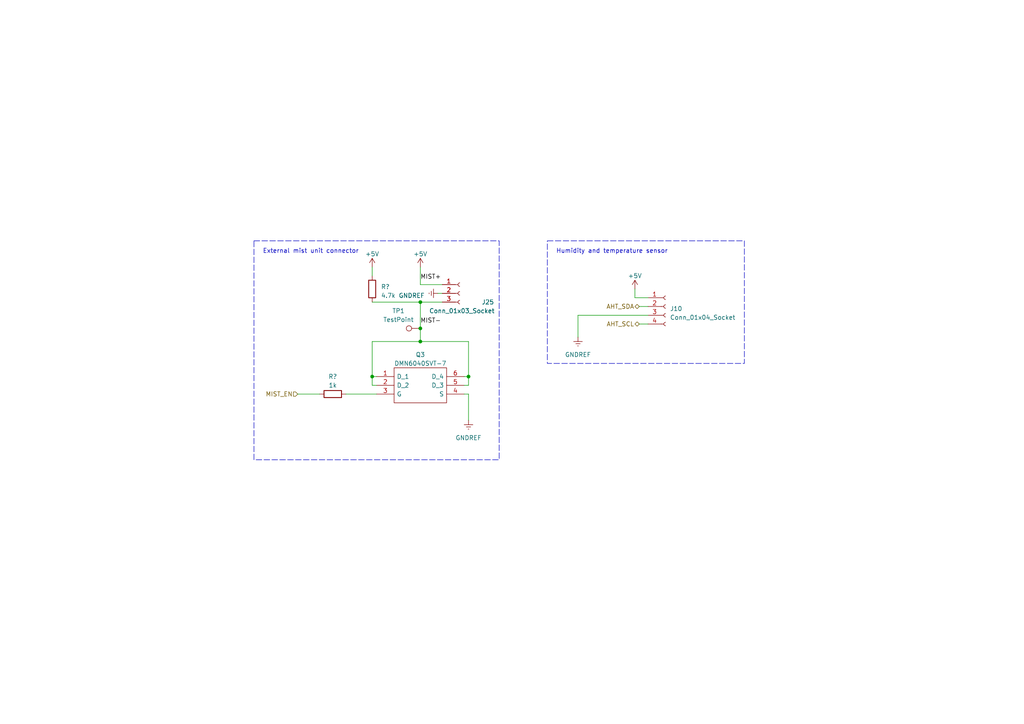
<source format=kicad_sch>
(kicad_sch (version 20230121) (generator eeschema)
  (paper "A4")
  (title_block (title "Greenhouse project FRDM-KL25Z hat") (date "18-03-2023") (rev "v5.0") (company "OnlyPlants") (comment 1 "Author: Emiel Visser"))
  (lib_symbols
    (symbol "Connector:Conn_01x03_Socket" (pin_names (offset 1.016) hide)
      (property "Reference" "J" (at 0 5.08 0))
      (property "Value" "Conn_01x03_Socket" (at 0 -5.08 0))
      (symbol "Conn_01x03_Socket_1_1"
        (arc (start 0 -2.032) (mid -0.5058 -2.54) (end 0 -3.048) (stroke (width 0.1524)))
        (polyline (pts (xy -1.27 -2.54) (xy -0.508 -2.54)) (stroke (width 0.1524)))
        (polyline (pts (xy -1.27 0) (xy -0.508 0)) (stroke (width 0.1524)))
        (polyline (pts (xy -1.27 2.54) (xy -0.508 2.54)) (stroke (width 0.1524)))
        (arc (start 0 0.508) (mid -0.5058 0) (end 0 -0.508) (stroke (width 0.1524)))
        (arc (start 0 3.048) (mid -0.5058 2.54) (end 0 2.032) (stroke (width 0.1524)))
        (pin passive line (at -5.08 2.54 0) (length 3.81) (name "Pin_1") (number "1"))
        (pin passive line (at -5.08 0 0) (length 3.81) (name "Pin_2") (number "2"))
        (pin passive line (at -5.08 -2.54 0) (length 3.81) (name "Pin_3") (number "3"))
      )
    )
    (symbol "Connector:Conn_01x04_Socket" (pin_names (offset 1.016) hide)
      (property "Reference" "J" (at 0 5.08 0))
      (property "Value" "Conn_01x04_Socket" (at 0 -7.62 0))
      (symbol "Conn_01x04_Socket_1_1"
        (arc (start 0 -4.572) (mid -0.5058 -5.08) (end 0 -5.588) (stroke (width 0.1524)))
        (arc (start 0 -2.032) (mid -0.5058 -2.54) (end 0 -3.048) (stroke (width 0.1524)))
        (polyline (pts (xy -1.27 -5.08) (xy -0.508 -5.08)) (stroke (width 0.1524)))
        (polyline (pts (xy -1.27 -2.54) (xy -0.508 -2.54)) (stroke (width 0.1524)))
        (polyline (pts (xy -1.27 0) (xy -0.508 0)) (stroke (width 0.1524)))
        (polyline (pts (xy -1.27 2.54) (xy -0.508 2.54)) (stroke (width 0.1524)))
        (arc (start 0 0.508) (mid -0.5058 0) (end 0 -0.508) (stroke (width 0.1524)))
        (arc (start 0 3.048) (mid -0.5058 2.54) (end 0 2.032) (stroke (width 0.1524)))
        (pin passive line (at -5.08 2.54 0) (length 3.81) (name "Pin_1") (number "1"))
        (pin passive line (at -5.08 0 0) (length 3.81) (name "Pin_2") (number "2"))
        (pin passive line (at -5.08 -2.54 0) (length 3.81) (name "Pin_3") (number "3"))
        (pin passive line (at -5.08 -5.08 0) (length 3.81) (name "Pin_4") (number "4"))
      )
    )
    (symbol "Connector:TestPoint" (pin_numbers hide) (pin_names (offset 0.762) hide)
      (property "Reference" "TP" (at 0 6.858 0))
      (property "Value" "TestPoint" (at 0 5.08 0))
      (symbol "TestPoint_0_1"
        (circle (center 0 3.302) (radius 0.762))
      )
      (symbol "TestPoint_1_1"
        (pin passive line (at 0 0 90) (length 2.54) (name "1") (number "1"))
      )
    )
    (symbol "Device:R" (pin_numbers hide) (pin_names (offset 0))
      (property "Reference" "R" (at 2.032 0 90))
      (property "Value" "R" (at 0 0 90))
      (symbol "R_0_1"
        (rectangle (start -1.016 -2.54) (end 1.016 2.54) (stroke (width 0.254)))
      )
      (symbol "R_1_1"
        (pin passive line (at 0 3.81 270) (length 1.27) (name "~") (number "1"))
        (pin passive line (at 0 -3.81 90) (length 1.27) (name "~") (number "2"))
      )
    )
    (symbol "SamacSys_Parts:DMN6040SVT-7" (pin_names (offset 0.762))
      (property "Reference" "Q" (at 21.59 7.62 0))
      (property "Value" "DMN6040SVT-7" (at 21.59 5.08 0))
      (symbol "DMN6040SVT-7_0_0"
        (pin passive line (at 0 0 0) (length 5.08) (name "D_1") (number "1"))
        (pin passive line (at 0 -2.54 0) (length 5.08) (name "D_2") (number "2"))
        (pin passive line (at 0 -5.08 0) (length 5.08) (name "G") (number "3"))
        (pin passive line (at 25.4 -5.08 180) (length 5.08) (name "S") (number "4"))
        (pin passive line (at 25.4 -2.54 180) (length 5.08) (name "D_3") (number "5"))
        (pin passive line (at 25.4 0 180) (length 5.08) (name "D_4") (number "6"))
      )
      (symbol "DMN6040SVT-7_0_1"
        (polyline (pts (xy 5.08 2.54) (xy 20.32 2.54) (xy 20.32 -7.62) (xy 5.08 -7.62) (xy 5.08 2.54)) (stroke (width 0.1524)))
      )
    )
    (symbol "power:+5V" (power) (pin_names (offset 0))
      (property "Value" "+5V" (at 0 3.556 0))
      (symbol "+5V_0_1"
        (polyline (pts (xy -0.762 1.27) (xy 0 2.54)))
        (polyline (pts (xy 0 0) (xy 0 2.54)))
        (polyline (pts (xy 0 2.54) (xy 0.762 1.27)))
      )
      (symbol "+5V_1_1"
        (pin power_in line (at 0 0 90) (length 0) hide (name "+5V") (number "1"))
      )
    )
    (symbol "power:GNDREF" (power) (pin_names (offset 0))
      (property "Value" "GNDREF" (at 0 -3.81 0))
      (symbol "GNDREF_0_1"
        (polyline (pts (xy -0.635 -1.905) (xy 0.635 -1.905)))
        (polyline (pts (xy -0.127 -2.54) (xy 0.127 -2.54)))
        (polyline (pts (xy 0 -1.27) (xy 0 0)))
        (polyline (pts (xy 1.27 -1.27) (xy -1.27 -1.27)))
      )
      (symbol "GNDREF_1_1"
        (pin power_in line (at 0 0 270) (length 0) hide (name "GNDREF") (number "1"))
      )
    )
  )
  (junction (at 121.92 99.06))
  (junction (at 107.95 109.22))
  (junction (at 121.92 87.63))
  (junction (at 135.89 109.22))
  (junction (at 121.92 95.25))
  (wire (pts (xy 121.92 87.63) (xy 121.92 95.25)))
  (wire (pts (xy 134.62 111.76) (xy 135.89 111.76)))
  (wire (pts (xy 121.92 82.55) (xy 121.92 77.47)))
  (wire (pts (xy 121.92 99.06) (xy 135.89 99.06)))
  (wire (pts (xy 107.95 111.76) (xy 107.95 109.22)))
  (wire (pts (xy 86.36 114.3) (xy 92.71 114.3)))
  (wire (pts (xy 121.92 87.63) (xy 128.27 87.63)))
  (wire (pts (xy 107.95 77.47) (xy 107.95 80.01)))
  (wire (pts (xy 128.27 85.09) (xy 127 85.09)))
  (wire (pts (xy 107.95 87.63) (xy 121.92 87.63)))
  (wire (pts (xy 185.42 88.9) (xy 187.96 88.9)))
  (wire (pts (xy 135.89 111.76) (xy 135.89 109.22)))
  (wire (pts (xy 107.95 99.06) (xy 107.95 109.22)))
  (wire (pts (xy 167.64 97.79) (xy 167.64 91.44)))
  (wire (pts (xy 121.92 95.25) (xy 121.92 99.06)))
  (wire (pts (xy 184.15 86.36) (xy 187.96 86.36)))
  (wire (pts (xy 121.92 82.55) (xy 128.27 82.55)))
  (wire (pts (xy 167.64 91.44) (xy 187.96 91.44)))
  (wire (pts (xy 135.89 109.22) (xy 134.62 109.22)))
  (wire (pts (xy 121.92 99.06) (xy 107.95 99.06)))
  (wire (pts (xy 135.89 99.06) (xy 135.89 109.22)))
  (wire (pts (xy 185.42 93.98) (xy 187.96 93.98)))
  (wire (pts (xy 135.89 121.92) (xy 135.89 114.3)))
  (wire (pts (xy 107.95 109.22) (xy 109.22 109.22)))
  (wire (pts (xy 109.22 111.76) (xy 107.95 111.76)))
  (wire (pts (xy 184.15 86.36) (xy 184.15 83.82)))
  (wire (pts (xy 100.33 114.3) (xy 109.22 114.3)))
  (wire (pts (xy 135.89 114.3) (xy 134.62 114.3)))
  (rectangle (start 73.66 69.85) (end 144.78 133.35) (stroke (width 0) (type dash)))
  (rectangle (start 158.75 69.85) (end 215.9 105.41) (stroke (width 0) (type dash)))
  (text "Humidity and temperature sensor " (at 161.29 73.66 0) (effects (font (size 1.27 1.27)) (justify left bottom)))
  (text "External mist unit connector" (at 76.2 73.66 0) (effects (font (size 1.27 1.27)) (justify left bottom)))
  (label "MIST+" (at 121.92 81.28 0))
  (label "MIST-" (at 121.92 93.98 0))
  (hierarchical_label "AHT_SCL" (shape bidirectional) (at 185.42 93.98 180))
  (hierarchical_label "MIST_EN" (shape input) (at 86.36 114.3 180))
  (hierarchical_label "AHT_SDA" (shape bidirectional) (at 185.42 88.9 180))
  (symbol (lib_id "Connector:Conn_01x04_Socket") (at 193.04 88.9 0) (unit 1)
    (property "Reference" "J10" (at 194.31 89.535 0) (effects (justify left)))
    (property "Value" "Conn_01x04_Socket" (at 194.31 92.075 0) (effects (justify left)))
    (property "Footprint" "Connector_JST:JST_PH_B4B-PH-K_1x04_P2.00mm_Vertical" (effects hide))
  )
  (symbol (lib_id "power:+5V") (at 107.95 77.47 0) (unit 1)
    (property "Reference" "#PWR089" (effects hide))
    (property "Value" "+5V" (at 107.95 73.66 0))
  )
  (symbol (lib_id "Connector:Conn_01x03_Socket") (at 133.35 85.09 0) (unit 1)
    (property "Reference" "J25" (at 139.7 87.63 0) (effects (justify left)))
    (property "Value" "Conn_01x03_Socket" (at 124.46 90.17 0) (effects (justify left)))
    (property "Footprint" "Connector_JST:JST_PH_B3B-PH-K_1x03_P2.00mm_Vertical" (effects hide))
  )
  (symbol (lib_id "Device:R") (at 96.52 114.3 90) (unit 1)
    (property "Reference" "R?" (at 96.52 109.22 90))
    (property "Value" "1k" (at 96.52 111.76 90))
    (property "Footprint" "Resistor_SMD:R_1206_3216Metric_Pad1.30x1.75mm_HandSolder" (effects hide))
    (instances (project "greenhouse_project_hat" (path "" (reference "R?") (unit 1)) (path "" (reference "R36") (unit 1)) (path "" (reference "R21") (unit 1))))
  )
  (symbol (lib_id "power:+5V") (at 121.92 77.47 0) (unit 1)
    (property "Reference" "#PWR048" (effects hide))
    (property "Value" "+5V" (at 121.92 73.66 0))
  )
  (symbol (lib_id "power:+5V") (at 184.15 83.82 0) (unit 1)
    (property "Reference" "#PWR051" (effects hide))
    (property "Value" "+5V" (at 184.15 80.01 0))
  )
  (symbol (lib_id "Device:R") (at 107.95 83.82 180) (unit 1)
    (property "Reference" "R?" (at 110.49 83.185 0) (effects (justify right)))
    (property "Value" "4.7k" (at 110.49 85.725 0) (effects (justify right)))
    (property "Footprint" "Resistor_SMD:R_1206_3216Metric_Pad1.30x1.75mm_HandSolder" (effects hide))
    (instances (project "greenhouse_project_hat" (path "" (reference "R?") (unit 1)) (path "" (reference "R36") (unit 1)) (path "" (reference "R41") (unit 1))))
  )
  (symbol (lib_id "power:GNDREF") (at 135.89 121.92 0) (unit 1)
    (property "Reference" "#PWR?" (effects hide))
    (property "Value" "GNDREF" (at 135.89 127 0))
    (instances (project "greenhouse_project_hat" (path "" (reference "#PWR?") (unit 1)) (path "" (reference "#PWR067") (unit 1)) (path "" (reference "#PWR049") (unit 1))))
  )
  (symbol (lib_id "power:GNDREF") (at 167.64 97.79 0) (unit 1)
    (property "Reference" "#PWR050" (effects hide))
    (property "Value" "GNDREF" (at 167.64 102.87 0))
  )
  (symbol (lib_id "power:GNDREF") (at 127 85.09 270) (unit 1)
    (property "Reference" "#PWR?" (effects hide))
    (property "Value" "GNDREF" (at 123.19 85.725 90) (effects (justify right)))
    (instances (project "greenhouse_project_hat" (path "" (reference "#PWR?") (unit 1)) (path "" (reference "#PWR067") (unit 1)) (path "" (reference "#PWR090") (unit 1))))
  )
  (symbol (lib_id "Connector:TestPoint") (at 121.92 95.25 90) (unit 1) (in_bom no)
    (property "Reference" "TP1" (at 115.57 90.17 90))
    (property "Value" "TestPoint" (at 115.57 92.71 90))
    (property "Footprint" "TestPoint:TestPoint_Pad_D2.0mm" (effects hide))
    (instances (project "greenhouse_project_hat" (path "" (reference "TP1") (unit 1)) (path "" (reference "TP9") (unit 1)) (path "" (reference "TP30") (unit 1)) (path "" (reference "TP13") (unit 1))))
  )
  (symbol (lib_id "SamacSys_Parts:DMN6040SVT-7") (at 109.22 109.22 0) (unit 1)
    (property "Reference" "Q3" (at 121.92 102.87 0))
    (property "Value" "DMN6040SVT-7" (at 121.92 105.41 0))
    (property "Footprint" "SOT95P280X90-6N" (effects hide))
    (property "Datasheet" "https://www.diodes.com/assets/Datasheets/DMN6040SVT.pdf" (effects hide))
    (property "Description" "MOSFET,N Channel,Trans,60V 5A TSOT26-6 Diodes Inc DMN6040SVT-7 N-channel MOSFET Transistor, 5 A, 60 V, 6-Pin TSOT26" (effects hide))
    (property "Height" "0.9" (effects hide))
    (property "Manufacturer_Name" "Diodes Inc." (effects hide))
    (property "Manufacturer_Part_Number" "DMN6040SVT-7" (effects hide))
    (property "Mouser Part Number" "621-DMN6040SVT-7" (effects hide))
    (property "Mouser Price/Stock" "https://www.mouser.co.uk/ProductDetail/Diodes-Incorporated/DMN6040SVT-7?qs=gfe7vQ8txpWi4ffHIs6gqA%3D%3D" (effects hide))
    (property "Arrow Part Number" "DMN6040SVT-7" (effects hide))
    (property "Arrow Price/Stock" "https://www.arrow.com/en/products/dmn6040svt-7/diodes-incorporated?region=nac" (effects hide))
  )
)
</source>
